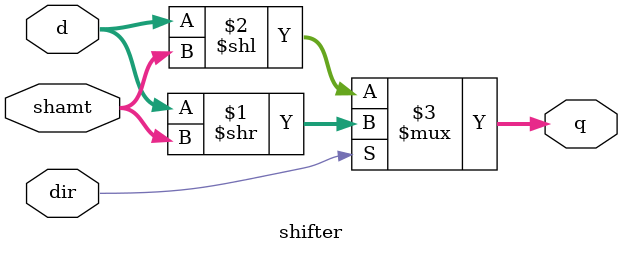
<source format=sv>
`timescale 1ns / 1ps

module shifter (
    input  wire [31:0] d,
    input  wire [4:0]  shamt,
    input  wire        dir,
    output wire [31:0] q
    );

    assign q = (dir) ? (d >> shamt) : (d << shamt);
    
endmodule
</source>
